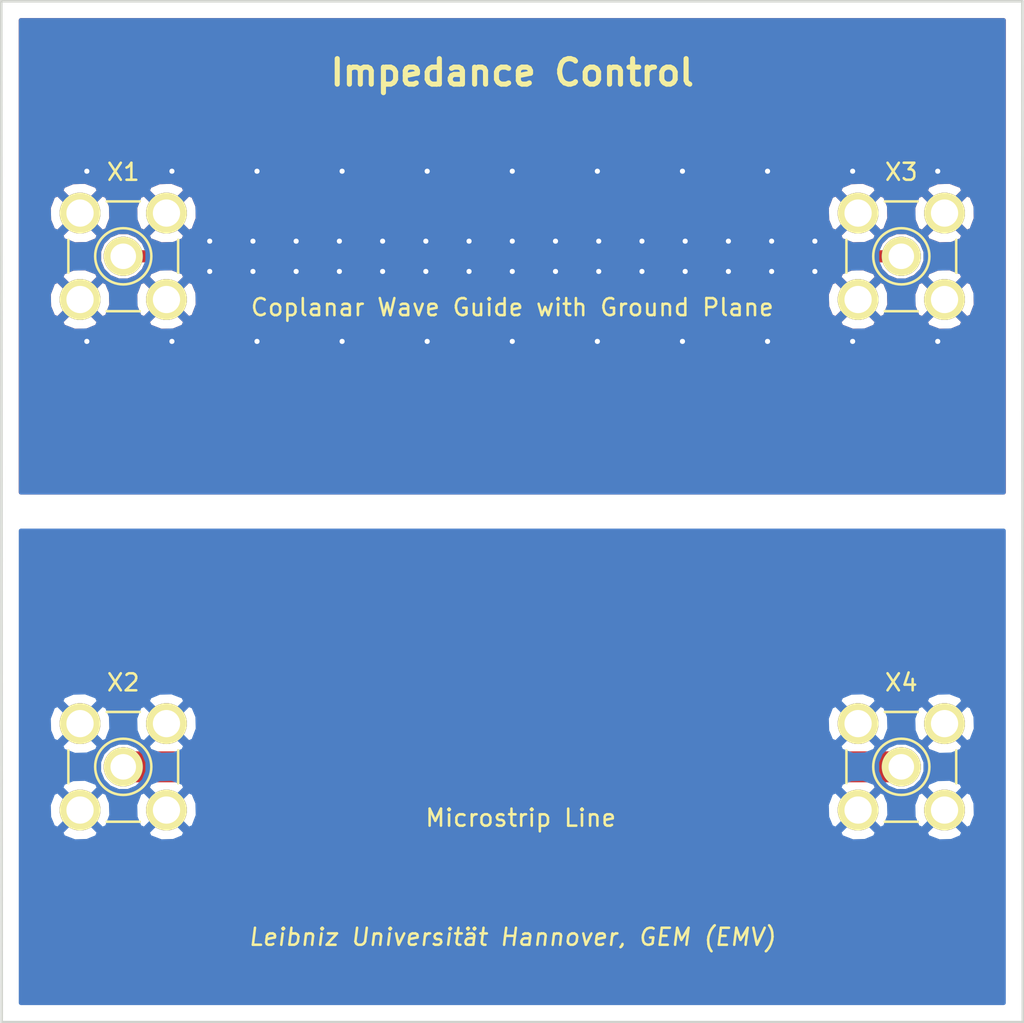
<source format=kicad_pcb>
(kicad_pcb (version 4) (host pcbnew 4.0.2+e4-6225~38~ubuntu15.10.1-stable)

  (general
    (links 68)
    (no_connects 0)
    (area 89.326809 89.724999 185.693002 150.061001)
    (thickness 1.6)
    (drawings 8)
    (tracks 6)
    (zones 0)
    (modules 56)
    (nets 5)
  )

  (page A4)
  (layers
    (0 F.Cu signal)
    (31 B.Cu signal)
    (32 B.Adhes user)
    (33 F.Adhes user)
    (34 B.Paste user)
    (35 F.Paste user)
    (36 B.SilkS user)
    (37 F.SilkS user)
    (38 B.Mask user)
    (39 F.Mask user)
    (40 Dwgs.User user)
    (41 Cmts.User user)
    (42 Eco1.User user)
    (43 Eco2.User user)
    (44 Edge.Cuts user)
    (45 Margin user)
    (46 B.CrtYd user)
    (47 F.CrtYd user)
    (48 B.Fab user)
    (49 F.Fab user)
  )

  (setup
    (last_trace_width 0.15)
    (trace_clearance 0.15)
    (zone_clearance 0.1)
    (zone_45_only no)
    (trace_min 0.15)
    (segment_width 0.1)
    (edge_width 0.15)
    (via_size 0.4)
    (via_drill 0.3)
    (via_min_size 0.4)
    (via_min_drill 0.3)
    (uvia_size 0.3)
    (uvia_drill 0.1)
    (uvias_allowed no)
    (uvia_min_size 0.2)
    (uvia_min_drill 0.1)
    (pcb_text_width 0.3)
    (pcb_text_size 1.5 1.5)
    (mod_edge_width 0.15)
    (mod_text_size 1 1)
    (mod_text_width 0.15)
    (pad_size 2.4 2.4)
    (pad_drill 1.6)
    (pad_to_mask_clearance 0.127)
    (aux_axis_origin 120.028 104.986)
    (grid_origin 120.028 104.986)
    (visible_elements FFFFFF7F)
    (pcbplotparams
      (layerselection 0x000f0_80000001)
      (usegerberextensions false)
      (excludeedgelayer true)
      (linewidth 0.100000)
      (plotframeref false)
      (viasonmask false)
      (mode 1)
      (useauxorigin false)
      (hpglpennumber 1)
      (hpglpenspeed 20)
      (hpglpendiameter 15)
      (hpglpenoverlay 2)
      (psnegative false)
      (psa4output false)
      (plotreference true)
      (plotvalue true)
      (plotinvisibletext false)
      (padsonsilk false)
      (subtractmaskfromsilk false)
      (outputformat 1)
      (mirror false)
      (drillshape 0)
      (scaleselection 1)
      (outputdirectory ""))
  )

  (net 0 "")
  (net 1 "Net-(X1-PadGND)")
  (net 2 "Net-(X1-PadHF)")
  (net 3 "Net-(X2-PadGND)")
  (net 4 "Net-(X2-PadHF)")

  (net_class Default "This is the default net class."
    (clearance 0.15)
    (trace_width 0.15)
    (via_dia 0.4)
    (via_drill 0.3)
    (uvia_dia 0.3)
    (uvia_drill 0.1)
    (add_net "Net-(X1-PadGND)")
    (add_net "Net-(X2-PadGND)")
  )

  (net_class 50Ohm ""
    (clearance 0.15)
    (trace_width 0.714)
    (via_dia 0.4)
    (via_drill 0.3)
    (uvia_dia 0.3)
    (uvia_drill 0.1)
    (add_net "Net-(X1-PadHF)")
  )

  (net_class 50OhmMS ""
    (clearance 0.15)
    (trace_width 1.819)
    (via_dia 0.4)
    (via_drill 0.3)
    (uvia_dia 0.3)
    (uvia_drill 0.1)
    (add_net "Net-(X2-PadHF)")
  )

  (module JueVias:VIA-0.3 (layer F.Cu) (tedit 575191BF) (tstamp 57713435)
    (at 120.028 105.875)
    (fp_text reference REF**1171 (at 0 -1) (layer F.SilkS) hide
      (effects (font (size 1 1) (thickness 0.15)))
    )
    (fp_text value VIA-0.3 (at 0 1) (layer F.Fab) hide
      (effects (font (size 1 1) (thickness 0.15)))
    )
    (pad 1 thru_hole circle (at 0 0) (size 0.6 0.6) (drill 0.3) (layers *.Cu)
      (net 1 "Net-(X1-PadGND)"))
  )

  (module JueVias:VIA-0.3 (layer F.Cu) (tedit 575191BF) (tstamp 57713431)
    (at 120.028 104.097)
    (fp_text reference REF**1171 (at 0 -1) (layer F.SilkS) hide
      (effects (font (size 1 1) (thickness 0.15)))
    )
    (fp_text value VIA-0.3 (at 0 1) (layer F.Fab) hide
      (effects (font (size 1 1) (thickness 0.15)))
    )
    (pad 1 thru_hole circle (at 0 0) (size 0.6 0.6) (drill 0.3) (layers *.Cu)
      (net 1 "Net-(X1-PadGND)"))
  )

  (module JueVias:VIA-0.3 (layer F.Cu) (tedit 575191BF) (tstamp 575EBB92)
    (at 145.028 109.986)
    (fp_text reference REF**11711125 (at 0 -1) (layer F.SilkS) hide
      (effects (font (size 1 1) (thickness 0.15)))
    )
    (fp_text value VIA-0.3 (at 0 1) (layer F.Fab) hide
      (effects (font (size 1 1) (thickness 0.15)))
    )
    (pad 1 thru_hole circle (at 0 0) (size 0.6 0.6) (drill 0.3) (layers *.Cu)
      (net 1 "Net-(X1-PadGND)"))
  )

  (module JueVias:VIA-0.3 (layer F.Cu) (tedit 575191BF) (tstamp 575EBB8E)
    (at 140.028 109.986)
    (fp_text reference REF**11711115 (at 0 -1) (layer F.SilkS) hide
      (effects (font (size 1 1) (thickness 0.15)))
    )
    (fp_text value VIA-0.3 (at 0 1) (layer F.Fab) hide
      (effects (font (size 1 1) (thickness 0.15)))
    )
    (pad 1 thru_hole circle (at 0 0) (size 0.6 0.6) (drill 0.3) (layers *.Cu)
      (net 1 "Net-(X1-PadGND)"))
  )

  (module JueVias:VIA-0.3 (layer F.Cu) (tedit 575191BF) (tstamp 575EBB8A)
    (at 135.028 109.986)
    (fp_text reference REF**11711105 (at 0 -1) (layer F.SilkS) hide
      (effects (font (size 1 1) (thickness 0.15)))
    )
    (fp_text value VIA-0.3 (at 0 1) (layer F.Fab) hide
      (effects (font (size 1 1) (thickness 0.15)))
    )
    (pad 1 thru_hole circle (at 0 0) (size 0.6 0.6) (drill 0.3) (layers *.Cu)
      (net 1 "Net-(X1-PadGND)"))
  )

  (module JueVias:VIA-0.3 (layer F.Cu) (tedit 575191BF) (tstamp 575EBB86)
    (at 130.028 109.986)
    (fp_text reference REF**1171195 (at 0 -1) (layer F.SilkS) hide
      (effects (font (size 1 1) (thickness 0.15)))
    )
    (fp_text value VIA-0.3 (at 0 1) (layer F.Fab) hide
      (effects (font (size 1 1) (thickness 0.15)))
    )
    (pad 1 thru_hole circle (at 0 0) (size 0.6 0.6) (drill 0.3) (layers *.Cu)
      (net 1 "Net-(X1-PadGND)"))
  )

  (module JueVias:VIA-0.3 (layer F.Cu) (tedit 575191BF) (tstamp 575EBB82)
    (at 125.028 109.986)
    (fp_text reference REF**1171185 (at 0 -1) (layer F.SilkS) hide
      (effects (font (size 1 1) (thickness 0.15)))
    )
    (fp_text value VIA-0.3 (at 0 1) (layer F.Fab) hide
      (effects (font (size 1 1) (thickness 0.15)))
    )
    (pad 1 thru_hole circle (at 0 0) (size 0.6 0.6) (drill 0.3) (layers *.Cu)
      (net 1 "Net-(X1-PadGND)"))
  )

  (module JueVias:VIA-0.3 (layer F.Cu) (tedit 575191BF) (tstamp 575EBB7E)
    (at 120.028 109.986)
    (fp_text reference REF**1171175 (at 0 -1) (layer F.SilkS) hide
      (effects (font (size 1 1) (thickness 0.15)))
    )
    (fp_text value VIA-0.3 (at 0 1) (layer F.Fab) hide
      (effects (font (size 1 1) (thickness 0.15)))
    )
    (pad 1 thru_hole circle (at 0 0) (size 0.6 0.6) (drill 0.3) (layers *.Cu)
      (net 1 "Net-(X1-PadGND)"))
  )

  (module JueVias:VIA-0.3 (layer F.Cu) (tedit 575191BF) (tstamp 575EBB7A)
    (at 115.028 109.986)
    (fp_text reference REF**1171165 (at 0 -1) (layer F.SilkS) hide
      (effects (font (size 1 1) (thickness 0.15)))
    )
    (fp_text value VIA-0.3 (at 0 1) (layer F.Fab) hide
      (effects (font (size 1 1) (thickness 0.15)))
    )
    (pad 1 thru_hole circle (at 0 0) (size 0.6 0.6) (drill 0.3) (layers *.Cu)
      (net 1 "Net-(X1-PadGND)"))
  )

  (module JueVias:VIA-0.3 (layer F.Cu) (tedit 575191BF) (tstamp 575EBB76)
    (at 110.028 109.986)
    (fp_text reference REF**1171155 (at 0 -1) (layer F.SilkS) hide
      (effects (font (size 1 1) (thickness 0.15)))
    )
    (fp_text value VIA-0.3 (at 0 1) (layer F.Fab) hide
      (effects (font (size 1 1) (thickness 0.15)))
    )
    (pad 1 thru_hole circle (at 0 0) (size 0.6 0.6) (drill 0.3) (layers *.Cu)
      (net 1 "Net-(X1-PadGND)"))
  )

  (module JueVias:VIA-0.3 (layer F.Cu) (tedit 575191BF) (tstamp 575EBB72)
    (at 105.028 109.986)
    (fp_text reference REF**1171145 (at 0 -1) (layer F.SilkS) hide
      (effects (font (size 1 1) (thickness 0.15)))
    )
    (fp_text value VIA-0.3 (at 0 1) (layer F.Fab) hide
      (effects (font (size 1 1) (thickness 0.15)))
    )
    (pad 1 thru_hole circle (at 0 0) (size 0.6 0.6) (drill 0.3) (layers *.Cu)
      (net 1 "Net-(X1-PadGND)"))
  )

  (module JueVias:VIA-0.3 (layer F.Cu) (tedit 575191BF) (tstamp 575EBB6E)
    (at 100.028 109.986)
    (fp_text reference REF**1171135 (at 0 -1) (layer F.SilkS) hide
      (effects (font (size 1 1) (thickness 0.15)))
    )
    (fp_text value VIA-0.3 (at 0 1) (layer F.Fab) hide
      (effects (font (size 1 1) (thickness 0.15)))
    )
    (pad 1 thru_hole circle (at 0 0) (size 0.6 0.6) (drill 0.3) (layers *.Cu)
      (net 1 "Net-(X1-PadGND)"))
  )

  (module JueVias:VIA-0.3 (layer F.Cu) (tedit 575191BF) (tstamp 575EBB6A)
    (at 95.028 109.986)
    (fp_text reference REF**1171125 (at 0 -1) (layer F.SilkS) hide
      (effects (font (size 1 1) (thickness 0.15)))
    )
    (fp_text value VIA-0.3 (at 0 1) (layer F.Fab) hide
      (effects (font (size 1 1) (thickness 0.15)))
    )
    (pad 1 thru_hole circle (at 0 0) (size 0.6 0.6) (drill 0.3) (layers *.Cu)
      (net 1 "Net-(X1-PadGND)"))
  )

  (module JueVias:VIA-0.3 (layer F.Cu) (tedit 575191BF) (tstamp 575EBB2A)
    (at 145.028 99.986)
    (fp_text reference REF**11711123 (at 0 -1) (layer F.SilkS) hide
      (effects (font (size 1 1) (thickness 0.15)))
    )
    (fp_text value VIA-0.3 (at 0 1) (layer F.Fab) hide
      (effects (font (size 1 1) (thickness 0.15)))
    )
    (pad 1 thru_hole circle (at 0 0) (size 0.6 0.6) (drill 0.3) (layers *.Cu)
      (net 1 "Net-(X1-PadGND)"))
  )

  (module JueVias:VIA-0.3 (layer F.Cu) (tedit 575191BF) (tstamp 575EBB26)
    (at 140.028 99.986)
    (fp_text reference REF**11711113 (at 0 -1) (layer F.SilkS) hide
      (effects (font (size 1 1) (thickness 0.15)))
    )
    (fp_text value VIA-0.3 (at 0 1) (layer F.Fab) hide
      (effects (font (size 1 1) (thickness 0.15)))
    )
    (pad 1 thru_hole circle (at 0 0) (size 0.6 0.6) (drill 0.3) (layers *.Cu)
      (net 1 "Net-(X1-PadGND)"))
  )

  (module JueVias:VIA-0.3 (layer F.Cu) (tedit 575191BF) (tstamp 575EBB22)
    (at 135.028 99.986)
    (fp_text reference REF**11711103 (at 0 -1) (layer F.SilkS) hide
      (effects (font (size 1 1) (thickness 0.15)))
    )
    (fp_text value VIA-0.3 (at 0 1) (layer F.Fab) hide
      (effects (font (size 1 1) (thickness 0.15)))
    )
    (pad 1 thru_hole circle (at 0 0) (size 0.6 0.6) (drill 0.3) (layers *.Cu)
      (net 1 "Net-(X1-PadGND)"))
  )

  (module JueVias:VIA-0.3 (layer F.Cu) (tedit 575191BF) (tstamp 575EBB1E)
    (at 130.028 99.986)
    (fp_text reference REF**1171193 (at 0 -1) (layer F.SilkS) hide
      (effects (font (size 1 1) (thickness 0.15)))
    )
    (fp_text value VIA-0.3 (at 0 1) (layer F.Fab) hide
      (effects (font (size 1 1) (thickness 0.15)))
    )
    (pad 1 thru_hole circle (at 0 0) (size 0.6 0.6) (drill 0.3) (layers *.Cu)
      (net 1 "Net-(X1-PadGND)"))
  )

  (module JueVias:VIA-0.3 (layer F.Cu) (tedit 575191BF) (tstamp 575EBB1A)
    (at 125.028 99.986)
    (fp_text reference REF**1171183 (at 0 -1) (layer F.SilkS) hide
      (effects (font (size 1 1) (thickness 0.15)))
    )
    (fp_text value VIA-0.3 (at 0 1) (layer F.Fab) hide
      (effects (font (size 1 1) (thickness 0.15)))
    )
    (pad 1 thru_hole circle (at 0 0) (size 0.6 0.6) (drill 0.3) (layers *.Cu)
      (net 1 "Net-(X1-PadGND)"))
  )

  (module JueVias:VIA-0.3 (layer F.Cu) (tedit 575191BF) (tstamp 575EBB16)
    (at 120.028 99.986)
    (fp_text reference REF**1171173 (at 0 -1) (layer F.SilkS) hide
      (effects (font (size 1 1) (thickness 0.15)))
    )
    (fp_text value VIA-0.3 (at 0 1) (layer F.Fab) hide
      (effects (font (size 1 1) (thickness 0.15)))
    )
    (pad 1 thru_hole circle (at 0 0) (size 0.6 0.6) (drill 0.3) (layers *.Cu)
      (net 1 "Net-(X1-PadGND)"))
  )

  (module JueVias:VIA-0.3 (layer F.Cu) (tedit 575191BF) (tstamp 575EBB12)
    (at 115.028 99.986)
    (fp_text reference REF**1171163 (at 0 -1) (layer F.SilkS) hide
      (effects (font (size 1 1) (thickness 0.15)))
    )
    (fp_text value VIA-0.3 (at 0 1) (layer F.Fab) hide
      (effects (font (size 1 1) (thickness 0.15)))
    )
    (pad 1 thru_hole circle (at 0 0) (size 0.6 0.6) (drill 0.3) (layers *.Cu)
      (net 1 "Net-(X1-PadGND)"))
  )

  (module JueVias:VIA-0.3 (layer F.Cu) (tedit 575191BF) (tstamp 575EBB0E)
    (at 110.028 99.986)
    (fp_text reference REF**1171153 (at 0 -1) (layer F.SilkS) hide
      (effects (font (size 1 1) (thickness 0.15)))
    )
    (fp_text value VIA-0.3 (at 0 1) (layer F.Fab) hide
      (effects (font (size 1 1) (thickness 0.15)))
    )
    (pad 1 thru_hole circle (at 0 0) (size 0.6 0.6) (drill 0.3) (layers *.Cu)
      (net 1 "Net-(X1-PadGND)"))
  )

  (module JueVias:VIA-0.3 (layer F.Cu) (tedit 575191BF) (tstamp 575EBB0A)
    (at 105.028 99.986)
    (fp_text reference REF**1171143 (at 0 -1) (layer F.SilkS) hide
      (effects (font (size 1 1) (thickness 0.15)))
    )
    (fp_text value VIA-0.3 (at 0 1) (layer F.Fab) hide
      (effects (font (size 1 1) (thickness 0.15)))
    )
    (pad 1 thru_hole circle (at 0 0) (size 0.6 0.6) (drill 0.3) (layers *.Cu)
      (net 1 "Net-(X1-PadGND)"))
  )

  (module JueVias:VIA-0.3 (layer F.Cu) (tedit 575191BF) (tstamp 575EBB06)
    (at 100.028 99.986)
    (fp_text reference REF**1171133 (at 0 -1) (layer F.SilkS) hide
      (effects (font (size 1 1) (thickness 0.15)))
    )
    (fp_text value VIA-0.3 (at 0 1) (layer F.Fab) hide
      (effects (font (size 1 1) (thickness 0.15)))
    )
    (pad 1 thru_hole circle (at 0 0) (size 0.6 0.6) (drill 0.3) (layers *.Cu)
      (net 1 "Net-(X1-PadGND)"))
  )

  (module JueVias:VIA-0.3 (layer F.Cu) (tedit 575191BF) (tstamp 575EBB02)
    (at 95.028 99.986)
    (fp_text reference REF**1171123 (at 0 -1) (layer F.SilkS) hide
      (effects (font (size 1 1) (thickness 0.15)))
    )
    (fp_text value VIA-0.3 (at 0 1) (layer F.Fab) hide
      (effects (font (size 1 1) (thickness 0.15)))
    )
    (pad 1 thru_hole circle (at 0 0) (size 0.6 0.6) (drill 0.3) (layers *.Cu)
      (net 1 "Net-(X1-PadGND)"))
  )

  (module JueVias:VIA-0.3 (layer F.Cu) (tedit 575191BF) (tstamp 575EB886)
    (at 114.948 105.875)
    (fp_text reference REF**11161 (at 0 -1) (layer F.SilkS) hide
      (effects (font (size 1 1) (thickness 0.15)))
    )
    (fp_text value VIA-0.3 (at 0 1) (layer F.Fab) hide
      (effects (font (size 1 1) (thickness 0.15)))
    )
    (pad 1 thru_hole circle (at 0 0) (size 0.6 0.6) (drill 0.3) (layers *.Cu)
      (net 1 "Net-(X1-PadGND)"))
  )

  (module JueVias:VIA-0.3 (layer F.Cu) (tedit 575191BF) (tstamp 575EB882)
    (at 109.868 105.875)
    (fp_text reference REF**11141 (at 0 -1) (layer F.SilkS) hide
      (effects (font (size 1 1) (thickness 0.15)))
    )
    (fp_text value VIA-0.3 (at 0 1) (layer F.Fab) hide
      (effects (font (size 1 1) (thickness 0.15)))
    )
    (pad 1 thru_hole circle (at 0 0) (size 0.6 0.6) (drill 0.3) (layers *.Cu)
      (net 1 "Net-(X1-PadGND)"))
  )

  (module JueVias:VIA-0.3 (layer F.Cu) (tedit 575191BF) (tstamp 575EB87E)
    (at 107.328 105.875)
    (fp_text reference REF**11131 (at 0 -1) (layer F.SilkS) hide
      (effects (font (size 1 1) (thickness 0.15)))
    )
    (fp_text value VIA-0.3 (at 0 1) (layer F.Fab) hide
      (effects (font (size 1 1) (thickness 0.15)))
    )
    (pad 1 thru_hole circle (at 0 0) (size 0.6 0.6) (drill 0.3) (layers *.Cu)
      (net 1 "Net-(X1-PadGND)"))
  )

  (module JueVias:VIA-0.3 (layer F.Cu) (tedit 575191BF) (tstamp 575EB87A)
    (at 112.408 105.875)
    (fp_text reference REF**11151 (at 0 -1) (layer F.SilkS) hide
      (effects (font (size 1 1) (thickness 0.15)))
    )
    (fp_text value VIA-0.3 (at 0 1) (layer F.Fab) hide
      (effects (font (size 1 1) (thickness 0.15)))
    )
    (pad 1 thru_hole circle (at 0 0) (size 0.6 0.6) (drill 0.3) (layers *.Cu)
      (net 1 "Net-(X1-PadGND)"))
  )

  (module JueVias:VIA-0.3 (layer F.Cu) (tedit 575191BF) (tstamp 575EB876)
    (at 114.948 104.097)
    (fp_text reference REF**1161 (at 0 -1) (layer F.SilkS) hide
      (effects (font (size 1 1) (thickness 0.15)))
    )
    (fp_text value VIA-0.3 (at 0 1) (layer F.Fab) hide
      (effects (font (size 1 1) (thickness 0.15)))
    )
    (pad 1 thru_hole circle (at 0 0) (size 0.6 0.6) (drill 0.3) (layers *.Cu)
      (net 1 "Net-(X1-PadGND)"))
  )

  (module JueVias:VIA-0.3 (layer F.Cu) (tedit 575191BF) (tstamp 575EB872)
    (at 109.868 104.097)
    (fp_text reference REF**1141 (at 0 -1) (layer F.SilkS) hide
      (effects (font (size 1 1) (thickness 0.15)))
    )
    (fp_text value VIA-0.3 (at 0 1) (layer F.Fab) hide
      (effects (font (size 1 1) (thickness 0.15)))
    )
    (pad 1 thru_hole circle (at 0 0) (size 0.6 0.6) (drill 0.3) (layers *.Cu)
      (net 1 "Net-(X1-PadGND)"))
  )

  (module JueVias:VIA-0.3 (layer F.Cu) (tedit 575191BF) (tstamp 575EB86E)
    (at 107.328 104.097)
    (fp_text reference REF**1131 (at 0 -1) (layer F.SilkS) hide
      (effects (font (size 1 1) (thickness 0.15)))
    )
    (fp_text value VIA-0.3 (at 0 1) (layer F.Fab) hide
      (effects (font (size 1 1) (thickness 0.15)))
    )
    (pad 1 thru_hole circle (at 0 0) (size 0.6 0.6) (drill 0.3) (layers *.Cu)
      (net 1 "Net-(X1-PadGND)"))
  )

  (module JueVias:VIA-0.3 (layer F.Cu) (tedit 575191BF) (tstamp 575EB86A)
    (at 112.408 104.097)
    (fp_text reference REF**1151 (at 0 -1) (layer F.SilkS) hide
      (effects (font (size 1 1) (thickness 0.15)))
    )
    (fp_text value VIA-0.3 (at 0 1) (layer F.Fab) hide
      (effects (font (size 1 1) (thickness 0.15)))
    )
    (pad 1 thru_hole circle (at 0 0) (size 0.6 0.6) (drill 0.3) (layers *.Cu)
      (net 1 "Net-(X1-PadGND)"))
  )

  (module JueVias:VIA-0.3 (layer F.Cu) (tedit 575191BF) (tstamp 575EB866)
    (at 117.488 104.097)
    (fp_text reference REF**1171 (at 0 -1) (layer F.SilkS) hide
      (effects (font (size 1 1) (thickness 0.15)))
    )
    (fp_text value VIA-0.3 (at 0 1) (layer F.Fab) hide
      (effects (font (size 1 1) (thickness 0.15)))
    )
    (pad 1 thru_hole circle (at 0 0) (size 0.6 0.6) (drill 0.3) (layers *.Cu)
      (net 1 "Net-(X1-PadGND)"))
  )

  (module JueVias:VIA-0.3 (layer F.Cu) (tedit 575191BF) (tstamp 575EB862)
    (at 117.488 105.875)
    (fp_text reference REF**11171 (at 0 -1) (layer F.SilkS) hide
      (effects (font (size 1 1) (thickness 0.15)))
    )
    (fp_text value VIA-0.3 (at 0 1) (layer F.Fab) hide
      (effects (font (size 1 1) (thickness 0.15)))
    )
    (pad 1 thru_hole circle (at 0 0) (size 0.6 0.6) (drill 0.3) (layers *.Cu)
      (net 1 "Net-(X1-PadGND)"))
  )

  (module JueVias:VIA-0.3 (layer F.Cu) (tedit 575191BF) (tstamp 575EB85E)
    (at 102.248 105.875)
    (fp_text reference REF**11111 (at 0 -1) (layer F.SilkS) hide
      (effects (font (size 1 1) (thickness 0.15)))
    )
    (fp_text value VIA-0.3 (at 0 1) (layer F.Fab) hide
      (effects (font (size 1 1) (thickness 0.15)))
    )
    (pad 1 thru_hole circle (at 0 0) (size 0.6 0.6) (drill 0.3) (layers *.Cu)
      (net 1 "Net-(X1-PadGND)"))
  )

  (module JueVias:VIA-0.3 (layer F.Cu) (tedit 575191BF) (tstamp 575EB85A)
    (at 104.788 105.875)
    (fp_text reference REF**11121 (at 0 -1) (layer F.SilkS) hide
      (effects (font (size 1 1) (thickness 0.15)))
    )
    (fp_text value VIA-0.3 (at 0 1) (layer F.Fab) hide
      (effects (font (size 1 1) (thickness 0.15)))
    )
    (pad 1 thru_hole circle (at 0 0) (size 0.6 0.6) (drill 0.3) (layers *.Cu)
      (net 1 "Net-(X1-PadGND)"))
  )

  (module JueVias:VIA-0.3 (layer F.Cu) (tedit 575191BF) (tstamp 575EB856)
    (at 104.788 104.097)
    (fp_text reference REF**1121 (at 0 -1) (layer F.SilkS) hide
      (effects (font (size 1 1) (thickness 0.15)))
    )
    (fp_text value VIA-0.3 (at 0 1) (layer F.Fab) hide
      (effects (font (size 1 1) (thickness 0.15)))
    )
    (pad 1 thru_hole circle (at 0 0) (size 0.6 0.6) (drill 0.3) (layers *.Cu)
      (net 1 "Net-(X1-PadGND)"))
  )

  (module JueVias:VIA-0.3 (layer F.Cu) (tedit 575191BF) (tstamp 575EB852)
    (at 102.248 104.097)
    (fp_text reference REF**1111 (at 0 -1) (layer F.SilkS) hide
      (effects (font (size 1 1) (thickness 0.15)))
    )
    (fp_text value VIA-0.3 (at 0 1) (layer F.Fab) hide
      (effects (font (size 1 1) (thickness 0.15)))
    )
    (pad 1 thru_hole circle (at 0 0) (size 0.6 0.6) (drill 0.3) (layers *.Cu)
      (net 1 "Net-(X1-PadGND)"))
  )

  (module JueVias:VIA-0.3 (layer F.Cu) (tedit 575191BF) (tstamp 575EB7EE)
    (at 137.808 105.875)
    (fp_text reference REF**11171 (at 0 -1) (layer F.SilkS) hide
      (effects (font (size 1 1) (thickness 0.15)))
    )
    (fp_text value VIA-0.3 (at 0 1) (layer F.Fab) hide
      (effects (font (size 1 1) (thickness 0.15)))
    )
    (pad 1 thru_hole circle (at 0 0) (size 0.6 0.6) (drill 0.3) (layers *.Cu)
      (net 1 "Net-(X1-PadGND)"))
  )

  (module JueVias:VIA-0.3 (layer F.Cu) (tedit 575191BF) (tstamp 575EB7EA)
    (at 135.268 105.875)
    (fp_text reference REF**11161 (at 0 -1) (layer F.SilkS) hide
      (effects (font (size 1 1) (thickness 0.15)))
    )
    (fp_text value VIA-0.3 (at 0 1) (layer F.Fab) hide
      (effects (font (size 1 1) (thickness 0.15)))
    )
    (pad 1 thru_hole circle (at 0 0) (size 0.6 0.6) (drill 0.3) (layers *.Cu)
      (net 1 "Net-(X1-PadGND)"))
  )

  (module JueVias:VIA-0.3 (layer F.Cu) (tedit 575191BF) (tstamp 575EB7E6)
    (at 132.728 105.875)
    (fp_text reference REF**11151 (at 0 -1) (layer F.SilkS) hide
      (effects (font (size 1 1) (thickness 0.15)))
    )
    (fp_text value VIA-0.3 (at 0 1) (layer F.Fab) hide
      (effects (font (size 1 1) (thickness 0.15)))
    )
    (pad 1 thru_hole circle (at 0 0) (size 0.6 0.6) (drill 0.3) (layers *.Cu)
      (net 1 "Net-(X1-PadGND)"))
  )

  (module JueVias:VIA-0.3 (layer F.Cu) (tedit 575191BF) (tstamp 575EB7E2)
    (at 130.188 105.875)
    (fp_text reference REF**11141 (at 0 -1) (layer F.SilkS) hide
      (effects (font (size 1 1) (thickness 0.15)))
    )
    (fp_text value VIA-0.3 (at 0 1) (layer F.Fab) hide
      (effects (font (size 1 1) (thickness 0.15)))
    )
    (pad 1 thru_hole circle (at 0 0) (size 0.6 0.6) (drill 0.3) (layers *.Cu)
      (net 1 "Net-(X1-PadGND)"))
  )

  (module JueVias:VIA-0.3 (layer F.Cu) (tedit 575191BF) (tstamp 575EB7DE)
    (at 127.648 105.875)
    (fp_text reference REF**11131 (at 0 -1) (layer F.SilkS) hide
      (effects (font (size 1 1) (thickness 0.15)))
    )
    (fp_text value VIA-0.3 (at 0 1) (layer F.Fab) hide
      (effects (font (size 1 1) (thickness 0.15)))
    )
    (pad 1 thru_hole circle (at 0 0) (size 0.6 0.6) (drill 0.3) (layers *.Cu)
      (net 1 "Net-(X1-PadGND)"))
  )

  (module JueVias:VIA-0.3 (layer F.Cu) (tedit 575191BF) (tstamp 575EB7DA)
    (at 125.108 105.875)
    (fp_text reference REF**11121 (at 0 -1) (layer F.SilkS) hide
      (effects (font (size 1 1) (thickness 0.15)))
    )
    (fp_text value VIA-0.3 (at 0 1) (layer F.Fab) hide
      (effects (font (size 1 1) (thickness 0.15)))
    )
    (pad 1 thru_hole circle (at 0 0) (size 0.6 0.6) (drill 0.3) (layers *.Cu)
      (net 1 "Net-(X1-PadGND)"))
  )

  (module JueVias:VIA-0.3 (layer F.Cu) (tedit 575191BF) (tstamp 575EB7D2)
    (at 122.568 105.875)
    (fp_text reference REF**11111 (at 0 -1) (layer F.SilkS) hide
      (effects (font (size 1 1) (thickness 0.15)))
    )
    (fp_text value VIA-0.3 (at 0 1) (layer F.Fab) hide
      (effects (font (size 1 1) (thickness 0.15)))
    )
    (pad 1 thru_hole circle (at 0 0) (size 0.6 0.6) (drill 0.3) (layers *.Cu)
      (net 1 "Net-(X1-PadGND)"))
  )

  (module JueVias:VIA-0.3 (layer F.Cu) (tedit 575191BF) (tstamp 575EB79E)
    (at 137.808 104.097)
    (fp_text reference REF**1171 (at 0 -1) (layer F.SilkS) hide
      (effects (font (size 1 1) (thickness 0.15)))
    )
    (fp_text value VIA-0.3 (at 0 1) (layer F.Fab) hide
      (effects (font (size 1 1) (thickness 0.15)))
    )
    (pad 1 thru_hole circle (at 0 0) (size 0.6 0.6) (drill 0.3) (layers *.Cu)
      (net 1 "Net-(X1-PadGND)"))
  )

  (module JueVias:VIA-0.3 (layer F.Cu) (tedit 575191BF) (tstamp 575EB79A)
    (at 135.268 104.097)
    (fp_text reference REF**1161 (at 0 -1) (layer F.SilkS) hide
      (effects (font (size 1 1) (thickness 0.15)))
    )
    (fp_text value VIA-0.3 (at 0 1) (layer F.Fab) hide
      (effects (font (size 1 1) (thickness 0.15)))
    )
    (pad 1 thru_hole circle (at 0 0) (size 0.6 0.6) (drill 0.3) (layers *.Cu)
      (net 1 "Net-(X1-PadGND)"))
  )

  (module JueVias:VIA-0.3 (layer F.Cu) (tedit 575191BF) (tstamp 575EB796)
    (at 132.728 104.097)
    (fp_text reference REF**1151 (at 0 -1) (layer F.SilkS) hide
      (effects (font (size 1 1) (thickness 0.15)))
    )
    (fp_text value VIA-0.3 (at 0 1) (layer F.Fab) hide
      (effects (font (size 1 1) (thickness 0.15)))
    )
    (pad 1 thru_hole circle (at 0 0) (size 0.6 0.6) (drill 0.3) (layers *.Cu)
      (net 1 "Net-(X1-PadGND)"))
  )

  (module JueVias:VIA-0.3 (layer F.Cu) (tedit 575191BF) (tstamp 575EB792)
    (at 130.188 104.097)
    (fp_text reference REF**1141 (at 0 -1) (layer F.SilkS) hide
      (effects (font (size 1 1) (thickness 0.15)))
    )
    (fp_text value VIA-0.3 (at 0 1) (layer F.Fab) hide
      (effects (font (size 1 1) (thickness 0.15)))
    )
    (pad 1 thru_hole circle (at 0 0) (size 0.6 0.6) (drill 0.3) (layers *.Cu)
      (net 1 "Net-(X1-PadGND)"))
  )

  (module JueVias:VIA-0.3 (layer F.Cu) (tedit 575191BF) (tstamp 575EB78E)
    (at 127.648 104.097)
    (fp_text reference REF**1131 (at 0 -1) (layer F.SilkS) hide
      (effects (font (size 1 1) (thickness 0.15)))
    )
    (fp_text value VIA-0.3 (at 0 1) (layer F.Fab) hide
      (effects (font (size 1 1) (thickness 0.15)))
    )
    (pad 1 thru_hole circle (at 0 0) (size 0.6 0.6) (drill 0.3) (layers *.Cu)
      (net 1 "Net-(X1-PadGND)"))
  )

  (module JueVias:VIA-0.3 (layer F.Cu) (tedit 575191BF) (tstamp 575EB78A)
    (at 125.108 104.097)
    (fp_text reference REF**1121 (at 0 -1) (layer F.SilkS) hide
      (effects (font (size 1 1) (thickness 0.15)))
    )
    (fp_text value VIA-0.3 (at 0 1) (layer F.Fab) hide
      (effects (font (size 1 1) (thickness 0.15)))
    )
    (pad 1 thru_hole circle (at 0 0) (size 0.6 0.6) (drill 0.3) (layers *.Cu)
      (net 1 "Net-(X1-PadGND)"))
  )

  (module JueVias:VIA-0.3 (layer F.Cu) (tedit 575191BF) (tstamp 57556BB5)
    (at 122.568 104.097)
    (fp_text reference REF**1111 (at 0 -1) (layer F.SilkS) hide
      (effects (font (size 1 1) (thickness 0.15)))
    )
    (fp_text value VIA-0.3 (at 0 1) (layer F.Fab) hide
      (effects (font (size 1 1) (thickness 0.15)))
    )
    (pad 1 thru_hole circle (at 0 0) (size 0.6 0.6) (drill 0.3) (layers *.Cu)
      (net 1 "Net-(X1-PadGND)"))
  )

  (module JueConnectors:SMA-F-THT (layer F.Cu) (tedit 575EBBCE) (tstamp 57518EB7)
    (at 97.168 134.986)
    (path /577131DF)
    (fp_text reference X2 (at 0 -4.953) (layer F.SilkS)
      (effects (font (size 1 1) (thickness 0.15)))
    )
    (fp_text value SMA-F (at 0 5.08) (layer F.Fab)
      (effects (font (size 1 1) (thickness 0.15)))
    )
    (fp_circle (center 0 0) (end 1.651 0) (layer F.SilkS) (width 0.15))
    (fp_line (start 4.1925 4.1925) (end 4.1925 -4.1925) (layer F.CrtYd) (width 0.05))
    (fp_line (start -4.1925 4.1925) (end 4.1925 4.1925) (layer F.CrtYd) (width 0.05))
    (fp_line (start -4.1925 -4.1925) (end -4.1925 4.1925) (layer F.CrtYd) (width 0.05))
    (fp_line (start 4.1925 -4.1925) (end -4.1925 -4.1925) (layer F.CrtYd) (width 0.05))
    (fp_line (start -0.9675 -3.225) (end 0.9675 -3.225) (layer F.SilkS) (width 0.15))
    (fp_line (start 3.225 -0.9675) (end 3.225 0.9675) (layer F.SilkS) (width 0.15))
    (fp_line (start -0.9675 3.225) (end 0.9675 3.225) (layer F.SilkS) (width 0.15))
    (fp_line (start -3.225 -0.9675) (end -3.225 0.9675) (layer F.SilkS) (width 0.15))
    (pad GND thru_hole circle (at -2.54 -2.54) (size 2.4 2.4) (drill 1.6) (layers *.Cu *.Mask F.SilkS)
      (net 3 "Net-(X2-PadGND)") (zone_connect 1))
    (pad GND thru_hole circle (at 2.54 -2.54) (size 2.4 2.4) (drill 1.6) (layers *.Cu *.Mask F.SilkS)
      (net 3 "Net-(X2-PadGND)") (zone_connect 1))
    (pad GND thru_hole circle (at -2.54 2.54) (size 2.4 2.4) (drill 1.6) (layers *.Cu *.Mask F.SilkS)
      (net 3 "Net-(X2-PadGND)") (zone_connect 1))
    (pad GND thru_hole circle (at 2.54 2.54) (size 2.4 2.4) (drill 1.6) (layers *.Cu *.Mask F.SilkS)
      (net 3 "Net-(X2-PadGND)") (zone_connect 1))
    (pad HF thru_hole circle (at 0 0) (size 2.3 2.3) (drill 1.5) (layers *.Cu *.Mask F.SilkS)
      (net 4 "Net-(X2-PadHF)") (zone_connect 1))
  )

  (module JueConnectors:SMA-F-THT (layer F.Cu) (tedit 575EBBCE) (tstamp 57518EAE)
    (at 97.168 104.986)
    (path /5771309A)
    (fp_text reference X1 (at 0 -4.953) (layer F.SilkS)
      (effects (font (size 1 1) (thickness 0.15)))
    )
    (fp_text value SMA-F (at 0 5.08) (layer F.Fab)
      (effects (font (size 1 1) (thickness 0.15)))
    )
    (fp_circle (center 0 0) (end 1.651 0) (layer F.SilkS) (width 0.15))
    (fp_line (start 4.1925 4.1925) (end 4.1925 -4.1925) (layer F.CrtYd) (width 0.05))
    (fp_line (start -4.1925 4.1925) (end 4.1925 4.1925) (layer F.CrtYd) (width 0.05))
    (fp_line (start -4.1925 -4.1925) (end -4.1925 4.1925) (layer F.CrtYd) (width 0.05))
    (fp_line (start 4.1925 -4.1925) (end -4.1925 -4.1925) (layer F.CrtYd) (width 0.05))
    (fp_line (start -0.9675 -3.225) (end 0.9675 -3.225) (layer F.SilkS) (width 0.15))
    (fp_line (start 3.225 -0.9675) (end 3.225 0.9675) (layer F.SilkS) (width 0.15))
    (fp_line (start -0.9675 3.225) (end 0.9675 3.225) (layer F.SilkS) (width 0.15))
    (fp_line (start -3.225 -0.9675) (end -3.225 0.9675) (layer F.SilkS) (width 0.15))
    (pad GND thru_hole circle (at -2.54 -2.54) (size 2.4 2.4) (drill 1.6) (layers *.Cu *.Mask F.SilkS)
      (net 1 "Net-(X1-PadGND)") (zone_connect 1))
    (pad GND thru_hole circle (at 2.54 -2.54) (size 2.4 2.4) (drill 1.6) (layers *.Cu *.Mask F.SilkS)
      (net 1 "Net-(X1-PadGND)") (zone_connect 1))
    (pad GND thru_hole circle (at -2.54 2.54) (size 2.4 2.4) (drill 1.6) (layers *.Cu *.Mask F.SilkS)
      (net 1 "Net-(X1-PadGND)") (zone_connect 1))
    (pad GND thru_hole circle (at 2.54 2.54) (size 2.4 2.4) (drill 1.6) (layers *.Cu *.Mask F.SilkS)
      (net 1 "Net-(X1-PadGND)") (zone_connect 1))
    (pad HF thru_hole circle (at 0 0) (size 2.3 2.3) (drill 1.5) (layers *.Cu *.Mask F.SilkS)
      (net 2 "Net-(X1-PadHF)") (zone_connect 1))
  )

  (module JueConnectors:SMA-F-THT (layer F.Cu) (tedit 575EBBCE) (tstamp 57713346)
    (at 142.888 104.986)
    (path /57713178)
    (fp_text reference X3 (at 0 -4.953) (layer F.SilkS)
      (effects (font (size 1 1) (thickness 0.15)))
    )
    (fp_text value SMA-F (at 0 5.08) (layer F.Fab)
      (effects (font (size 1 1) (thickness 0.15)))
    )
    (fp_circle (center 0 0) (end 1.651 0) (layer F.SilkS) (width 0.15))
    (fp_line (start 4.1925 4.1925) (end 4.1925 -4.1925) (layer F.CrtYd) (width 0.05))
    (fp_line (start -4.1925 4.1925) (end 4.1925 4.1925) (layer F.CrtYd) (width 0.05))
    (fp_line (start -4.1925 -4.1925) (end -4.1925 4.1925) (layer F.CrtYd) (width 0.05))
    (fp_line (start 4.1925 -4.1925) (end -4.1925 -4.1925) (layer F.CrtYd) (width 0.05))
    (fp_line (start -0.9675 -3.225) (end 0.9675 -3.225) (layer F.SilkS) (width 0.15))
    (fp_line (start 3.225 -0.9675) (end 3.225 0.9675) (layer F.SilkS) (width 0.15))
    (fp_line (start -0.9675 3.225) (end 0.9675 3.225) (layer F.SilkS) (width 0.15))
    (fp_line (start -3.225 -0.9675) (end -3.225 0.9675) (layer F.SilkS) (width 0.15))
    (pad GND thru_hole circle (at -2.54 -2.54) (size 2.4 2.4) (drill 1.6) (layers *.Cu *.Mask F.SilkS)
      (net 1 "Net-(X1-PadGND)") (zone_connect 1))
    (pad GND thru_hole circle (at 2.54 -2.54) (size 2.4 2.4) (drill 1.6) (layers *.Cu *.Mask F.SilkS)
      (net 1 "Net-(X1-PadGND)") (zone_connect 1))
    (pad GND thru_hole circle (at -2.54 2.54) (size 2.4 2.4) (drill 1.6) (layers *.Cu *.Mask F.SilkS)
      (net 1 "Net-(X1-PadGND)") (zone_connect 1))
    (pad GND thru_hole circle (at 2.54 2.54) (size 2.4 2.4) (drill 1.6) (layers *.Cu *.Mask F.SilkS)
      (net 1 "Net-(X1-PadGND)") (zone_connect 1))
    (pad HF thru_hole circle (at 0 0) (size 2.3 2.3) (drill 1.5) (layers *.Cu *.Mask F.SilkS)
      (net 2 "Net-(X1-PadHF)") (zone_connect 1))
  )

  (module JueConnectors:SMA-F-THT (layer F.Cu) (tedit 575EBBCE) (tstamp 5771334F)
    (at 142.888 134.986)
    (path /57713200)
    (fp_text reference X4 (at 0 -4.953) (layer F.SilkS)
      (effects (font (size 1 1) (thickness 0.15)))
    )
    (fp_text value SMA-F (at 0 5.08) (layer F.Fab)
      (effects (font (size 1 1) (thickness 0.15)))
    )
    (fp_circle (center 0 0) (end 1.651 0) (layer F.SilkS) (width 0.15))
    (fp_line (start 4.1925 4.1925) (end 4.1925 -4.1925) (layer F.CrtYd) (width 0.05))
    (fp_line (start -4.1925 4.1925) (end 4.1925 4.1925) (layer F.CrtYd) (width 0.05))
    (fp_line (start -4.1925 -4.1925) (end -4.1925 4.1925) (layer F.CrtYd) (width 0.05))
    (fp_line (start 4.1925 -4.1925) (end -4.1925 -4.1925) (layer F.CrtYd) (width 0.05))
    (fp_line (start -0.9675 -3.225) (end 0.9675 -3.225) (layer F.SilkS) (width 0.15))
    (fp_line (start 3.225 -0.9675) (end 3.225 0.9675) (layer F.SilkS) (width 0.15))
    (fp_line (start -0.9675 3.225) (end 0.9675 3.225) (layer F.SilkS) (width 0.15))
    (fp_line (start -3.225 -0.9675) (end -3.225 0.9675) (layer F.SilkS) (width 0.15))
    (pad GND thru_hole circle (at -2.54 -2.54) (size 2.4 2.4) (drill 1.6) (layers *.Cu *.Mask F.SilkS)
      (net 3 "Net-(X2-PadGND)") (zone_connect 1))
    (pad GND thru_hole circle (at 2.54 -2.54) (size 2.4 2.4) (drill 1.6) (layers *.Cu *.Mask F.SilkS)
      (net 3 "Net-(X2-PadGND)") (zone_connect 1))
    (pad GND thru_hole circle (at -2.54 2.54) (size 2.4 2.4) (drill 1.6) (layers *.Cu *.Mask F.SilkS)
      (net 3 "Net-(X2-PadGND)") (zone_connect 1))
    (pad GND thru_hole circle (at 2.54 2.54) (size 2.4 2.4) (drill 1.6) (layers *.Cu *.Mask F.SilkS)
      (net 3 "Net-(X2-PadGND)") (zone_connect 1))
    (pad HF thru_hole circle (at 0 0) (size 2.3 2.3) (drill 1.5) (layers *.Cu *.Mask F.SilkS)
      (net 4 "Net-(X2-PadHF)") (zone_connect 1))
  )

  (gr_text "Coplanar Wave Guide with Ground Plane" (at 120.028 107.986) (layer F.SilkS)
    (effects (font (size 1 1) (thickness 0.15)))
  )
  (gr_text "Microstrip Line" (at 120.528 137.986) (layer F.SilkS)
    (effects (font (size 1 1) (thickness 0.15)))
  )
  (gr_line (start 150.028 149.986) (end 150 90) (layer Edge.Cuts) (width 0.15))
  (gr_text "Impedance Control" (at 120.028 94.191) (layer F.SilkS)
    (effects (font (size 1.5 1.5) (thickness 0.3)))
  )
  (gr_line (start 90.028 149.986) (end 150.028 149.986) (layer Edge.Cuts) (width 0.15))
  (gr_text "Leibniz Universität Hannover, GEM (EMV)" (at 120.028 144.986) (layer F.SilkS)
    (effects (font (size 1 1) (thickness 0.15) italic))
  )
  (gr_line (start 150 90) (end 90 90) (layer Edge.Cuts) (width 0.15))
  (gr_line (start 90 90) (end 90.028 149.986) (layer Edge.Cuts) (width 0.15))

  (segment (start 125.418 116.176) (end 185.418 116.176) (width 0.25) (layer Dwgs.User) (net 0) (tstamp 57518FD0))
  (segment (start 180 90) (end 120 90) (width 0.25) (layer Dwgs.User) (net 0))
  (segment (start 180 120) (end 180 90) (width 0.25) (layer Dwgs.User) (net 0))
  (segment (start 120 120) (end 180 120) (width 0.25) (layer Dwgs.User) (net 0))
  (segment (start 97.168 104.986) (end 142.888 104.986) (width 0.714) (layer F.Cu) (net 2))
  (segment (start 97.168 134.986) (end 142.888 134.986) (width 1.819) (layer F.Cu) (net 4))

  (zone (net 1) (net_name "Net-(X1-PadGND)") (layer F.Cu) (tstamp 0) (hatch edge 0.508)
    (connect_pads yes (clearance 0.1))
    (min_thickness 0.254)
    (fill yes (arc_segments 16) (thermal_gap 0.508) (thermal_bridge_width 0.508))
    (polygon
      (pts
        (xy 91.028 118.986) (xy 91.028 90.986) (xy 149.028 90.986) (xy 149.028 118.986)
      )
    )
    (filled_polygon
      (pts
        (xy 148.901 118.859) (xy 91.155 118.859) (xy 91.155 108.823175) (xy 93.51043 108.823175) (xy 93.633565 109.110788)
        (xy 94.315734 109.370707) (xy 95.045443 109.349786) (xy 95.622435 109.110788) (xy 95.74557 108.823175) (xy 98.59043 108.823175)
        (xy 98.713565 109.110788) (xy 99.395734 109.370707) (xy 100.125443 109.349786) (xy 100.702435 109.110788) (xy 100.82557 108.823175)
        (xy 139.23043 108.823175) (xy 139.353565 109.110788) (xy 140.035734 109.370707) (xy 140.765443 109.349786) (xy 141.342435 109.110788)
        (xy 141.46557 108.823175) (xy 144.31043 108.823175) (xy 144.433565 109.110788) (xy 145.115734 109.370707) (xy 145.845443 109.349786)
        (xy 146.422435 109.110788) (xy 146.54557 108.823175) (xy 145.428 107.705605) (xy 144.31043 108.823175) (xy 141.46557 108.823175)
        (xy 140.348 107.705605) (xy 139.23043 108.823175) (xy 100.82557 108.823175) (xy 99.708 107.705605) (xy 98.59043 108.823175)
        (xy 95.74557 108.823175) (xy 94.628 107.705605) (xy 93.51043 108.823175) (xy 91.155 108.823175) (xy 91.155 107.213734)
        (xy 92.783293 107.213734) (xy 92.804214 107.943443) (xy 93.043212 108.520435) (xy 93.330825 108.64357) (xy 94.448395 107.526)
        (xy 94.807605 107.526) (xy 95.925175 108.64357) (xy 96.212788 108.520435) (xy 96.472707 107.838266) (xy 96.454802 107.213734)
        (xy 97.863293 107.213734) (xy 97.884214 107.943443) (xy 98.123212 108.520435) (xy 98.410825 108.64357) (xy 99.528395 107.526)
        (xy 99.887605 107.526) (xy 101.005175 108.64357) (xy 101.292788 108.520435) (xy 101.552707 107.838266) (xy 101.534802 107.213734)
        (xy 138.503293 107.213734) (xy 138.524214 107.943443) (xy 138.763212 108.520435) (xy 139.050825 108.64357) (xy 140.168395 107.526)
        (xy 140.527605 107.526) (xy 141.645175 108.64357) (xy 141.932788 108.520435) (xy 142.192707 107.838266) (xy 142.174802 107.213734)
        (xy 143.583293 107.213734) (xy 143.604214 107.943443) (xy 143.843212 108.520435) (xy 144.130825 108.64357) (xy 145.248395 107.526)
        (xy 145.607605 107.526) (xy 146.725175 108.64357) (xy 147.012788 108.520435) (xy 147.272707 107.838266) (xy 147.251786 107.108557)
        (xy 147.012788 106.531565) (xy 146.725175 106.40843) (xy 145.607605 107.526) (xy 145.248395 107.526) (xy 144.130825 106.40843)
        (xy 143.843212 106.531565) (xy 143.583293 107.213734) (xy 142.174802 107.213734) (xy 142.171786 107.108557) (xy 141.932788 106.531565)
        (xy 141.645175 106.40843) (xy 140.527605 107.526) (xy 140.168395 107.526) (xy 139.050825 106.40843) (xy 138.763212 106.531565)
        (xy 138.503293 107.213734) (xy 101.534802 107.213734) (xy 101.531786 107.108557) (xy 101.292788 106.531565) (xy 101.005175 106.40843)
        (xy 99.887605 107.526) (xy 99.528395 107.526) (xy 98.410825 106.40843) (xy 98.123212 106.531565) (xy 97.863293 107.213734)
        (xy 96.454802 107.213734) (xy 96.451786 107.108557) (xy 96.212788 106.531565) (xy 95.925175 106.40843) (xy 94.807605 107.526)
        (xy 94.448395 107.526) (xy 93.330825 106.40843) (xy 93.043212 106.531565) (xy 92.783293 107.213734) (xy 91.155 107.213734)
        (xy 91.155 106.228825) (xy 93.51043 106.228825) (xy 94.628 107.346395) (xy 95.74557 106.228825) (xy 95.622435 105.941212)
        (xy 94.940266 105.681293) (xy 94.210557 105.702214) (xy 93.633565 105.941212) (xy 93.51043 106.228825) (xy 91.155 106.228825)
        (xy 91.155 105.268603) (xy 95.740752 105.268603) (xy 95.957543 105.793275) (xy 96.358614 106.195047) (xy 96.882907 106.412752)
        (xy 97.450603 106.413248) (xy 97.896938 106.228825) (xy 98.59043 106.228825) (xy 99.708 107.346395) (xy 100.82557 106.228825)
        (xy 139.23043 106.228825) (xy 140.348 107.346395) (xy 141.46557 106.228825) (xy 141.342435 105.941212) (xy 140.660266 105.681293)
        (xy 139.930557 105.702214) (xy 139.353565 105.941212) (xy 139.23043 106.228825) (xy 100.82557 106.228825) (xy 100.702435 105.941212)
        (xy 100.020266 105.681293) (xy 99.290557 105.702214) (xy 98.713565 105.941212) (xy 98.59043 106.228825) (xy 97.896938 106.228825)
        (xy 97.975275 106.196457) (xy 98.377047 105.795386) (xy 98.449873 105.62) (xy 141.605947 105.62) (xy 141.677543 105.793275)
        (xy 142.078614 106.195047) (xy 142.602907 106.412752) (xy 143.170603 106.413248) (xy 143.616938 106.228825) (xy 144.31043 106.228825)
        (xy 145.428 107.346395) (xy 146.54557 106.228825) (xy 146.422435 105.941212) (xy 145.740266 105.681293) (xy 145.010557 105.702214)
        (xy 144.433565 105.941212) (xy 144.31043 106.228825) (xy 143.616938 106.228825) (xy 143.695275 106.196457) (xy 144.097047 105.795386)
        (xy 144.314752 105.271093) (xy 144.315248 104.703397) (xy 144.098457 104.178725) (xy 143.697386 103.776953) (xy 143.61604 103.743175)
        (xy 144.31043 103.743175) (xy 144.433565 104.030788) (xy 145.115734 104.290707) (xy 145.845443 104.269786) (xy 146.422435 104.030788)
        (xy 146.54557 103.743175) (xy 145.428 102.625605) (xy 144.31043 103.743175) (xy 143.61604 103.743175) (xy 143.173093 103.559248)
        (xy 142.605397 103.558752) (xy 142.080725 103.775543) (xy 141.678953 104.176614) (xy 141.606127 104.352) (xy 98.450053 104.352)
        (xy 98.378457 104.178725) (xy 97.977386 103.776953) (xy 97.89604 103.743175) (xy 98.59043 103.743175) (xy 98.713565 104.030788)
        (xy 99.395734 104.290707) (xy 100.125443 104.269786) (xy 100.702435 104.030788) (xy 100.82557 103.743175) (xy 139.23043 103.743175)
        (xy 139.353565 104.030788) (xy 140.035734 104.290707) (xy 140.765443 104.269786) (xy 141.342435 104.030788) (xy 141.46557 103.743175)
        (xy 140.348 102.625605) (xy 139.23043 103.743175) (xy 100.82557 103.743175) (xy 99.708 102.625605) (xy 98.59043 103.743175)
        (xy 97.89604 103.743175) (xy 97.453093 103.559248) (xy 96.885397 103.558752) (xy 96.360725 103.775543) (xy 95.958953 104.176614)
        (xy 95.741248 104.700907) (xy 95.740752 105.268603) (xy 91.155 105.268603) (xy 91.155 103.743175) (xy 93.51043 103.743175)
        (xy 93.633565 104.030788) (xy 94.315734 104.290707) (xy 95.045443 104.269786) (xy 95.622435 104.030788) (xy 95.74557 103.743175)
        (xy 94.628 102.625605) (xy 93.51043 103.743175) (xy 91.155 103.743175) (xy 91.155 102.133734) (xy 92.783293 102.133734)
        (xy 92.804214 102.863443) (xy 93.043212 103.440435) (xy 93.330825 103.56357) (xy 94.448395 102.446) (xy 94.807605 102.446)
        (xy 95.925175 103.56357) (xy 96.212788 103.440435) (xy 96.472707 102.758266) (xy 96.454802 102.133734) (xy 97.863293 102.133734)
        (xy 97.884214 102.863443) (xy 98.123212 103.440435) (xy 98.410825 103.56357) (xy 99.528395 102.446) (xy 99.887605 102.446)
        (xy 101.005175 103.56357) (xy 101.292788 103.440435) (xy 101.552707 102.758266) (xy 101.534802 102.133734) (xy 138.503293 102.133734)
        (xy 138.524214 102.863443) (xy 138.763212 103.440435) (xy 139.050825 103.56357) (xy 140.168395 102.446) (xy 140.527605 102.446)
        (xy 141.645175 103.56357) (xy 141.932788 103.440435) (xy 142.192707 102.758266) (xy 142.174802 102.133734) (xy 143.583293 102.133734)
        (xy 143.604214 102.863443) (xy 143.843212 103.440435) (xy 144.130825 103.56357) (xy 145.248395 102.446) (xy 145.607605 102.446)
        (xy 146.725175 103.56357) (xy 147.012788 103.440435) (xy 147.272707 102.758266) (xy 147.251786 102.028557) (xy 147.012788 101.451565)
        (xy 146.725175 101.32843) (xy 145.607605 102.446) (xy 145.248395 102.446) (xy 144.130825 101.32843) (xy 143.843212 101.451565)
        (xy 143.583293 102.133734) (xy 142.174802 102.133734) (xy 142.171786 102.028557) (xy 141.932788 101.451565) (xy 141.645175 101.32843)
        (xy 140.527605 102.446) (xy 140.168395 102.446) (xy 139.050825 101.32843) (xy 138.763212 101.451565) (xy 138.503293 102.133734)
        (xy 101.534802 102.133734) (xy 101.531786 102.028557) (xy 101.292788 101.451565) (xy 101.005175 101.32843) (xy 99.887605 102.446)
        (xy 99.528395 102.446) (xy 98.410825 101.32843) (xy 98.123212 101.451565) (xy 97.863293 102.133734) (xy 96.454802 102.133734)
        (xy 96.451786 102.028557) (xy 96.212788 101.451565) (xy 95.925175 101.32843) (xy 94.807605 102.446) (xy 94.448395 102.446)
        (xy 93.330825 101.32843) (xy 93.043212 101.451565) (xy 92.783293 102.133734) (xy 91.155 102.133734) (xy 91.155 101.148825)
        (xy 93.51043 101.148825) (xy 94.628 102.266395) (xy 95.74557 101.148825) (xy 98.59043 101.148825) (xy 99.708 102.266395)
        (xy 100.82557 101.148825) (xy 139.23043 101.148825) (xy 140.348 102.266395) (xy 141.46557 101.148825) (xy 144.31043 101.148825)
        (xy 145.428 102.266395) (xy 146.54557 101.148825) (xy 146.422435 100.861212) (xy 145.740266 100.601293) (xy 145.010557 100.622214)
        (xy 144.433565 100.861212) (xy 144.31043 101.148825) (xy 141.46557 101.148825) (xy 141.342435 100.861212) (xy 140.660266 100.601293)
        (xy 139.930557 100.622214) (xy 139.353565 100.861212) (xy 139.23043 101.148825) (xy 100.82557 101.148825) (xy 100.702435 100.861212)
        (xy 100.020266 100.601293) (xy 99.290557 100.622214) (xy 98.713565 100.861212) (xy 98.59043 101.148825) (xy 95.74557 101.148825)
        (xy 95.622435 100.861212) (xy 94.940266 100.601293) (xy 94.210557 100.622214) (xy 93.633565 100.861212) (xy 93.51043 101.148825)
        (xy 91.155 101.148825) (xy 91.155 91.113) (xy 148.901 91.113)
      )
    )
  )
  (zone (net 1) (net_name "Net-(X1-PadGND)") (layer B.Cu) (tstamp 0) (hatch edge 0.508)
    (connect_pads yes (clearance 0.1))
    (min_thickness 0.254)
    (fill yes (arc_segments 16) (thermal_gap 0.508) (thermal_bridge_width 0.508))
    (polygon
      (pts
        (xy 91.028 118.986) (xy 91.028 90.986) (xy 149.028 90.986) (xy 149.028 118.986)
      )
    )
    (filled_polygon
      (pts
        (xy 148.901 118.859) (xy 91.155 118.859) (xy 91.155 108.823175) (xy 93.51043 108.823175) (xy 93.633565 109.110788)
        (xy 94.315734 109.370707) (xy 95.045443 109.349786) (xy 95.622435 109.110788) (xy 95.74557 108.823175) (xy 98.59043 108.823175)
        (xy 98.713565 109.110788) (xy 99.395734 109.370707) (xy 100.125443 109.349786) (xy 100.702435 109.110788) (xy 100.82557 108.823175)
        (xy 139.23043 108.823175) (xy 139.353565 109.110788) (xy 140.035734 109.370707) (xy 140.765443 109.349786) (xy 141.342435 109.110788)
        (xy 141.46557 108.823175) (xy 144.31043 108.823175) (xy 144.433565 109.110788) (xy 145.115734 109.370707) (xy 145.845443 109.349786)
        (xy 146.422435 109.110788) (xy 146.54557 108.823175) (xy 145.428 107.705605) (xy 144.31043 108.823175) (xy 141.46557 108.823175)
        (xy 140.348 107.705605) (xy 139.23043 108.823175) (xy 100.82557 108.823175) (xy 99.708 107.705605) (xy 98.59043 108.823175)
        (xy 95.74557 108.823175) (xy 94.628 107.705605) (xy 93.51043 108.823175) (xy 91.155 108.823175) (xy 91.155 107.213734)
        (xy 92.783293 107.213734) (xy 92.804214 107.943443) (xy 93.043212 108.520435) (xy 93.330825 108.64357) (xy 94.448395 107.526)
        (xy 94.807605 107.526) (xy 95.925175 108.64357) (xy 96.212788 108.520435) (xy 96.472707 107.838266) (xy 96.454802 107.213734)
        (xy 97.863293 107.213734) (xy 97.884214 107.943443) (xy 98.123212 108.520435) (xy 98.410825 108.64357) (xy 99.528395 107.526)
        (xy 99.887605 107.526) (xy 101.005175 108.64357) (xy 101.292788 108.520435) (xy 101.552707 107.838266) (xy 101.534802 107.213734)
        (xy 138.503293 107.213734) (xy 138.524214 107.943443) (xy 138.763212 108.520435) (xy 139.050825 108.64357) (xy 140.168395 107.526)
        (xy 140.527605 107.526) (xy 141.645175 108.64357) (xy 141.932788 108.520435) (xy 142.192707 107.838266) (xy 142.174802 107.213734)
        (xy 143.583293 107.213734) (xy 143.604214 107.943443) (xy 143.843212 108.520435) (xy 144.130825 108.64357) (xy 145.248395 107.526)
        (xy 145.607605 107.526) (xy 146.725175 108.64357) (xy 147.012788 108.520435) (xy 147.272707 107.838266) (xy 147.251786 107.108557)
        (xy 147.012788 106.531565) (xy 146.725175 106.40843) (xy 145.607605 107.526) (xy 145.248395 107.526) (xy 144.130825 106.40843)
        (xy 143.843212 106.531565) (xy 143.583293 107.213734) (xy 142.174802 107.213734) (xy 142.171786 107.108557) (xy 141.932788 106.531565)
        (xy 141.645175 106.40843) (xy 140.527605 107.526) (xy 140.168395 107.526) (xy 139.050825 106.40843) (xy 138.763212 106.531565)
        (xy 138.503293 107.213734) (xy 101.534802 107.213734) (xy 101.531786 107.108557) (xy 101.292788 106.531565) (xy 101.005175 106.40843)
        (xy 99.887605 107.526) (xy 99.528395 107.526) (xy 98.410825 106.40843) (xy 98.123212 106.531565) (xy 97.863293 107.213734)
        (xy 96.454802 107.213734) (xy 96.451786 107.108557) (xy 96.212788 106.531565) (xy 95.925175 106.40843) (xy 94.807605 107.526)
        (xy 94.448395 107.526) (xy 93.330825 106.40843) (xy 93.043212 106.531565) (xy 92.783293 107.213734) (xy 91.155 107.213734)
        (xy 91.155 106.228825) (xy 93.51043 106.228825) (xy 94.628 107.346395) (xy 95.74557 106.228825) (xy 95.622435 105.941212)
        (xy 94.940266 105.681293) (xy 94.210557 105.702214) (xy 93.633565 105.941212) (xy 93.51043 106.228825) (xy 91.155 106.228825)
        (xy 91.155 105.268603) (xy 95.740752 105.268603) (xy 95.957543 105.793275) (xy 96.358614 106.195047) (xy 96.882907 106.412752)
        (xy 97.450603 106.413248) (xy 97.896938 106.228825) (xy 98.59043 106.228825) (xy 99.708 107.346395) (xy 100.82557 106.228825)
        (xy 139.23043 106.228825) (xy 140.348 107.346395) (xy 141.46557 106.228825) (xy 141.342435 105.941212) (xy 140.660266 105.681293)
        (xy 139.930557 105.702214) (xy 139.353565 105.941212) (xy 139.23043 106.228825) (xy 100.82557 106.228825) (xy 100.702435 105.941212)
        (xy 100.020266 105.681293) (xy 99.290557 105.702214) (xy 98.713565 105.941212) (xy 98.59043 106.228825) (xy 97.896938 106.228825)
        (xy 97.975275 106.196457) (xy 98.377047 105.795386) (xy 98.594752 105.271093) (xy 98.594754 105.268603) (xy 141.460752 105.268603)
        (xy 141.677543 105.793275) (xy 142.078614 106.195047) (xy 142.602907 106.412752) (xy 143.170603 106.413248) (xy 143.616938 106.228825)
        (xy 144.31043 106.228825) (xy 145.428 107.346395) (xy 146.54557 106.228825) (xy 146.422435 105.941212) (xy 145.740266 105.681293)
        (xy 145.010557 105.702214) (xy 144.433565 105.941212) (xy 144.31043 106.228825) (xy 143.616938 106.228825) (xy 143.695275 106.196457)
        (xy 144.097047 105.795386) (xy 144.314752 105.271093) (xy 144.315248 104.703397) (xy 144.098457 104.178725) (xy 143.697386 103.776953)
        (xy 143.61604 103.743175) (xy 144.31043 103.743175) (xy 144.433565 104.030788) (xy 145.115734 104.290707) (xy 145.845443 104.269786)
        (xy 146.422435 104.030788) (xy 146.54557 103.743175) (xy 145.428 102.625605) (xy 144.31043 103.743175) (xy 143.61604 103.743175)
        (xy 143.173093 103.559248) (xy 142.605397 103.558752) (xy 142.080725 103.775543) (xy 141.678953 104.176614) (xy 141.461248 104.700907)
        (xy 141.460752 105.268603) (xy 98.594754 105.268603) (xy 98.595248 104.703397) (xy 98.378457 104.178725) (xy 97.977386 103.776953)
        (xy 97.89604 103.743175) (xy 98.59043 103.743175) (xy 98.713565 104.030788) (xy 99.395734 104.290707) (xy 100.125443 104.269786)
        (xy 100.702435 104.030788) (xy 100.82557 103.743175) (xy 139.23043 103.743175) (xy 139.353565 104.030788) (xy 140.035734 104.290707)
        (xy 140.765443 104.269786) (xy 141.342435 104.030788) (xy 141.46557 103.743175) (xy 140.348 102.625605) (xy 139.23043 103.743175)
        (xy 100.82557 103.743175) (xy 99.708 102.625605) (xy 98.59043 103.743175) (xy 97.89604 103.743175) (xy 97.453093 103.559248)
        (xy 96.885397 103.558752) (xy 96.360725 103.775543) (xy 95.958953 104.176614) (xy 95.741248 104.700907) (xy 95.740752 105.268603)
        (xy 91.155 105.268603) (xy 91.155 103.743175) (xy 93.51043 103.743175) (xy 93.633565 104.030788) (xy 94.315734 104.290707)
        (xy 95.045443 104.269786) (xy 95.622435 104.030788) (xy 95.74557 103.743175) (xy 94.628 102.625605) (xy 93.51043 103.743175)
        (xy 91.155 103.743175) (xy 91.155 102.133734) (xy 92.783293 102.133734) (xy 92.804214 102.863443) (xy 93.043212 103.440435)
        (xy 93.330825 103.56357) (xy 94.448395 102.446) (xy 94.807605 102.446) (xy 95.925175 103.56357) (xy 96.212788 103.440435)
        (xy 96.472707 102.758266) (xy 96.454802 102.133734) (xy 97.863293 102.133734) (xy 97.884214 102.863443) (xy 98.123212 103.440435)
        (xy 98.410825 103.56357) (xy 99.528395 102.446) (xy 99.887605 102.446) (xy 101.005175 103.56357) (xy 101.292788 103.440435)
        (xy 101.552707 102.758266) (xy 101.534802 102.133734) (xy 138.503293 102.133734) (xy 138.524214 102.863443) (xy 138.763212 103.440435)
        (xy 139.050825 103.56357) (xy 140.168395 102.446) (xy 140.527605 102.446) (xy 141.645175 103.56357) (xy 141.932788 103.440435)
        (xy 142.192707 102.758266) (xy 142.174802 102.133734) (xy 143.583293 102.133734) (xy 143.604214 102.863443) (xy 143.843212 103.440435)
        (xy 144.130825 103.56357) (xy 145.248395 102.446) (xy 145.607605 102.446) (xy 146.725175 103.56357) (xy 147.012788 103.440435)
        (xy 147.272707 102.758266) (xy 147.251786 102.028557) (xy 147.012788 101.451565) (xy 146.725175 101.32843) (xy 145.607605 102.446)
        (xy 145.248395 102.446) (xy 144.130825 101.32843) (xy 143.843212 101.451565) (xy 143.583293 102.133734) (xy 142.174802 102.133734)
        (xy 142.171786 102.028557) (xy 141.932788 101.451565) (xy 141.645175 101.32843) (xy 140.527605 102.446) (xy 140.168395 102.446)
        (xy 139.050825 101.32843) (xy 138.763212 101.451565) (xy 138.503293 102.133734) (xy 101.534802 102.133734) (xy 101.531786 102.028557)
        (xy 101.292788 101.451565) (xy 101.005175 101.32843) (xy 99.887605 102.446) (xy 99.528395 102.446) (xy 98.410825 101.32843)
        (xy 98.123212 101.451565) (xy 97.863293 102.133734) (xy 96.454802 102.133734) (xy 96.451786 102.028557) (xy 96.212788 101.451565)
        (xy 95.925175 101.32843) (xy 94.807605 102.446) (xy 94.448395 102.446) (xy 93.330825 101.32843) (xy 93.043212 101.451565)
        (xy 92.783293 102.133734) (xy 91.155 102.133734) (xy 91.155 101.148825) (xy 93.51043 101.148825) (xy 94.628 102.266395)
        (xy 95.74557 101.148825) (xy 98.59043 101.148825) (xy 99.708 102.266395) (xy 100.82557 101.148825) (xy 139.23043 101.148825)
        (xy 140.348 102.266395) (xy 141.46557 101.148825) (xy 144.31043 101.148825) (xy 145.428 102.266395) (xy 146.54557 101.148825)
        (xy 146.422435 100.861212) (xy 145.740266 100.601293) (xy 145.010557 100.622214) (xy 144.433565 100.861212) (xy 144.31043 101.148825)
        (xy 141.46557 101.148825) (xy 141.342435 100.861212) (xy 140.660266 100.601293) (xy 139.930557 100.622214) (xy 139.353565 100.861212)
        (xy 139.23043 101.148825) (xy 100.82557 101.148825) (xy 100.702435 100.861212) (xy 100.020266 100.601293) (xy 99.290557 100.622214)
        (xy 98.713565 100.861212) (xy 98.59043 101.148825) (xy 95.74557 101.148825) (xy 95.622435 100.861212) (xy 94.940266 100.601293)
        (xy 94.210557 100.622214) (xy 93.633565 100.861212) (xy 93.51043 101.148825) (xy 91.155 101.148825) (xy 91.155 91.113)
        (xy 148.901 91.113)
      )
    )
  )
  (zone (net 3) (net_name "Net-(X2-PadGND)") (layer B.Cu) (tstamp 577135A7) (hatch edge 0.508)
    (connect_pads yes (clearance 0.1))
    (min_thickness 0.254)
    (fill yes (arc_segments 16) (thermal_gap 0.508) (thermal_bridge_width 0.508))
    (polygon
      (pts
        (xy 91.028 148.986) (xy 91.028 120.986) (xy 149.028 120.986) (xy 149.028 148.986)
      )
    )
    (filled_polygon
      (pts
        (xy 148.901 148.859) (xy 91.155 148.859) (xy 91.155 138.823175) (xy 93.51043 138.823175) (xy 93.633565 139.110788)
        (xy 94.315734 139.370707) (xy 95.045443 139.349786) (xy 95.622435 139.110788) (xy 95.74557 138.823175) (xy 98.59043 138.823175)
        (xy 98.713565 139.110788) (xy 99.395734 139.370707) (xy 100.125443 139.349786) (xy 100.702435 139.110788) (xy 100.82557 138.823175)
        (xy 139.23043 138.823175) (xy 139.353565 139.110788) (xy 140.035734 139.370707) (xy 140.765443 139.349786) (xy 141.342435 139.110788)
        (xy 141.46557 138.823175) (xy 144.31043 138.823175) (xy 144.433565 139.110788) (xy 145.115734 139.370707) (xy 145.845443 139.349786)
        (xy 146.422435 139.110788) (xy 146.54557 138.823175) (xy 145.428 137.705605) (xy 144.31043 138.823175) (xy 141.46557 138.823175)
        (xy 140.348 137.705605) (xy 139.23043 138.823175) (xy 100.82557 138.823175) (xy 99.708 137.705605) (xy 98.59043 138.823175)
        (xy 95.74557 138.823175) (xy 94.628 137.705605) (xy 93.51043 138.823175) (xy 91.155 138.823175) (xy 91.155 137.213734)
        (xy 92.783293 137.213734) (xy 92.804214 137.943443) (xy 93.043212 138.520435) (xy 93.330825 138.64357) (xy 94.448395 137.526)
        (xy 94.807605 137.526) (xy 95.925175 138.64357) (xy 96.212788 138.520435) (xy 96.472707 137.838266) (xy 96.454802 137.213734)
        (xy 97.863293 137.213734) (xy 97.884214 137.943443) (xy 98.123212 138.520435) (xy 98.410825 138.64357) (xy 99.528395 137.526)
        (xy 99.887605 137.526) (xy 101.005175 138.64357) (xy 101.292788 138.520435) (xy 101.552707 137.838266) (xy 101.534802 137.213734)
        (xy 138.503293 137.213734) (xy 138.524214 137.943443) (xy 138.763212 138.520435) (xy 139.050825 138.64357) (xy 140.168395 137.526)
        (xy 140.527605 137.526) (xy 141.645175 138.64357) (xy 141.932788 138.520435) (xy 142.192707 137.838266) (xy 142.174802 137.213734)
        (xy 143.583293 137.213734) (xy 143.604214 137.943443) (xy 143.843212 138.520435) (xy 144.130825 138.64357) (xy 145.248395 137.526)
        (xy 145.607605 137.526) (xy 146.725175 138.64357) (xy 147.012788 138.520435) (xy 147.272707 137.838266) (xy 147.251786 137.108557)
        (xy 147.012788 136.531565) (xy 146.725175 136.40843) (xy 145.607605 137.526) (xy 145.248395 137.526) (xy 144.130825 136.40843)
        (xy 143.843212 136.531565) (xy 143.583293 137.213734) (xy 142.174802 137.213734) (xy 142.171786 137.108557) (xy 141.932788 136.531565)
        (xy 141.645175 136.40843) (xy 140.527605 137.526) (xy 140.168395 137.526) (xy 139.050825 136.40843) (xy 138.763212 136.531565)
        (xy 138.503293 137.213734) (xy 101.534802 137.213734) (xy 101.531786 137.108557) (xy 101.292788 136.531565) (xy 101.005175 136.40843)
        (xy 99.887605 137.526) (xy 99.528395 137.526) (xy 98.410825 136.40843) (xy 98.123212 136.531565) (xy 97.863293 137.213734)
        (xy 96.454802 137.213734) (xy 96.451786 137.108557) (xy 96.212788 136.531565) (xy 95.925175 136.40843) (xy 94.807605 137.526)
        (xy 94.448395 137.526) (xy 93.330825 136.40843) (xy 93.043212 136.531565) (xy 92.783293 137.213734) (xy 91.155 137.213734)
        (xy 91.155 136.228825) (xy 93.51043 136.228825) (xy 94.628 137.346395) (xy 95.74557 136.228825) (xy 95.622435 135.941212)
        (xy 94.940266 135.681293) (xy 94.210557 135.702214) (xy 93.633565 135.941212) (xy 93.51043 136.228825) (xy 91.155 136.228825)
        (xy 91.155 135.268603) (xy 95.740752 135.268603) (xy 95.957543 135.793275) (xy 96.358614 136.195047) (xy 96.882907 136.412752)
        (xy 97.450603 136.413248) (xy 97.896938 136.228825) (xy 98.59043 136.228825) (xy 99.708 137.346395) (xy 100.82557 136.228825)
        (xy 139.23043 136.228825) (xy 140.348 137.346395) (xy 141.46557 136.228825) (xy 141.342435 135.941212) (xy 140.660266 135.681293)
        (xy 139.930557 135.702214) (xy 139.353565 135.941212) (xy 139.23043 136.228825) (xy 100.82557 136.228825) (xy 100.702435 135.941212)
        (xy 100.020266 135.681293) (xy 99.290557 135.702214) (xy 98.713565 135.941212) (xy 98.59043 136.228825) (xy 97.896938 136.228825)
        (xy 97.975275 136.196457) (xy 98.377047 135.795386) (xy 98.594752 135.271093) (xy 98.594754 135.268603) (xy 141.460752 135.268603)
        (xy 141.677543 135.793275) (xy 142.078614 136.195047) (xy 142.602907 136.412752) (xy 143.170603 136.413248) (xy 143.616938 136.228825)
        (xy 144.31043 136.228825) (xy 145.428 137.346395) (xy 146.54557 136.228825) (xy 146.422435 135.941212) (xy 145.740266 135.681293)
        (xy 145.010557 135.702214) (xy 144.433565 135.941212) (xy 144.31043 136.228825) (xy 143.616938 136.228825) (xy 143.695275 136.196457)
        (xy 144.097047 135.795386) (xy 144.314752 135.271093) (xy 144.315248 134.703397) (xy 144.098457 134.178725) (xy 143.697386 133.776953)
        (xy 143.61604 133.743175) (xy 144.31043 133.743175) (xy 144.433565 134.030788) (xy 145.115734 134.290707) (xy 145.845443 134.269786)
        (xy 146.422435 134.030788) (xy 146.54557 133.743175) (xy 145.428 132.625605) (xy 144.31043 133.743175) (xy 143.61604 133.743175)
        (xy 143.173093 133.559248) (xy 142.605397 133.558752) (xy 142.080725 133.775543) (xy 141.678953 134.176614) (xy 141.461248 134.700907)
        (xy 141.460752 135.268603) (xy 98.594754 135.268603) (xy 98.595248 134.703397) (xy 98.378457 134.178725) (xy 97.977386 133.776953)
        (xy 97.89604 133.743175) (xy 98.59043 133.743175) (xy 98.713565 134.030788) (xy 99.395734 134.290707) (xy 100.125443 134.269786)
        (xy 100.702435 134.030788) (xy 100.82557 133.743175) (xy 139.23043 133.743175) (xy 139.353565 134.030788) (xy 140.035734 134.290707)
        (xy 140.765443 134.269786) (xy 141.342435 134.030788) (xy 141.46557 133.743175) (xy 140.348 132.625605) (xy 139.23043 133.743175)
        (xy 100.82557 133.743175) (xy 99.708 132.625605) (xy 98.59043 133.743175) (xy 97.89604 133.743175) (xy 97.453093 133.559248)
        (xy 96.885397 133.558752) (xy 96.360725 133.775543) (xy 95.958953 134.176614) (xy 95.741248 134.700907) (xy 95.740752 135.268603)
        (xy 91.155 135.268603) (xy 91.155 133.743175) (xy 93.51043 133.743175) (xy 93.633565 134.030788) (xy 94.315734 134.290707)
        (xy 95.045443 134.269786) (xy 95.622435 134.030788) (xy 95.74557 133.743175) (xy 94.628 132.625605) (xy 93.51043 133.743175)
        (xy 91.155 133.743175) (xy 91.155 132.133734) (xy 92.783293 132.133734) (xy 92.804214 132.863443) (xy 93.043212 133.440435)
        (xy 93.330825 133.56357) (xy 94.448395 132.446) (xy 94.807605 132.446) (xy 95.925175 133.56357) (xy 96.212788 133.440435)
        (xy 96.472707 132.758266) (xy 96.454802 132.133734) (xy 97.863293 132.133734) (xy 97.884214 132.863443) (xy 98.123212 133.440435)
        (xy 98.410825 133.56357) (xy 99.528395 132.446) (xy 99.887605 132.446) (xy 101.005175 133.56357) (xy 101.292788 133.440435)
        (xy 101.552707 132.758266) (xy 101.534802 132.133734) (xy 138.503293 132.133734) (xy 138.524214 132.863443) (xy 138.763212 133.440435)
        (xy 139.050825 133.56357) (xy 140.168395 132.446) (xy 140.527605 132.446) (xy 141.645175 133.56357) (xy 141.932788 133.440435)
        (xy 142.192707 132.758266) (xy 142.174802 132.133734) (xy 143.583293 132.133734) (xy 143.604214 132.863443) (xy 143.843212 133.440435)
        (xy 144.130825 133.56357) (xy 145.248395 132.446) (xy 145.607605 132.446) (xy 146.725175 133.56357) (xy 147.012788 133.440435)
        (xy 147.272707 132.758266) (xy 147.251786 132.028557) (xy 147.012788 131.451565) (xy 146.725175 131.32843) (xy 145.607605 132.446)
        (xy 145.248395 132.446) (xy 144.130825 131.32843) (xy 143.843212 131.451565) (xy 143.583293 132.133734) (xy 142.174802 132.133734)
        (xy 142.171786 132.028557) (xy 141.932788 131.451565) (xy 141.645175 131.32843) (xy 140.527605 132.446) (xy 140.168395 132.446)
        (xy 139.050825 131.32843) (xy 138.763212 131.451565) (xy 138.503293 132.133734) (xy 101.534802 132.133734) (xy 101.531786 132.028557)
        (xy 101.292788 131.451565) (xy 101.005175 131.32843) (xy 99.887605 132.446) (xy 99.528395 132.446) (xy 98.410825 131.32843)
        (xy 98.123212 131.451565) (xy 97.863293 132.133734) (xy 96.454802 132.133734) (xy 96.451786 132.028557) (xy 96.212788 131.451565)
        (xy 95.925175 131.32843) (xy 94.807605 132.446) (xy 94.448395 132.446) (xy 93.330825 131.32843) (xy 93.043212 131.451565)
        (xy 92.783293 132.133734) (xy 91.155 132.133734) (xy 91.155 131.148825) (xy 93.51043 131.148825) (xy 94.628 132.266395)
        (xy 95.74557 131.148825) (xy 98.59043 131.148825) (xy 99.708 132.266395) (xy 100.82557 131.148825) (xy 139.23043 131.148825)
        (xy 140.348 132.266395) (xy 141.46557 131.148825) (xy 144.31043 131.148825) (xy 145.428 132.266395) (xy 146.54557 131.148825)
        (xy 146.422435 130.861212) (xy 145.740266 130.601293) (xy 145.010557 130.622214) (xy 144.433565 130.861212) (xy 144.31043 131.148825)
        (xy 141.46557 131.148825) (xy 141.342435 130.861212) (xy 140.660266 130.601293) (xy 139.930557 130.622214) (xy 139.353565 130.861212)
        (xy 139.23043 131.148825) (xy 100.82557 131.148825) (xy 100.702435 130.861212) (xy 100.020266 130.601293) (xy 99.290557 130.622214)
        (xy 98.713565 130.861212) (xy 98.59043 131.148825) (xy 95.74557 131.148825) (xy 95.622435 130.861212) (xy 94.940266 130.601293)
        (xy 94.210557 130.622214) (xy 93.633565 130.861212) (xy 93.51043 131.148825) (xy 91.155 131.148825) (xy 91.155 121.113)
        (xy 148.901 121.113)
      )
    )
  )
)

</source>
